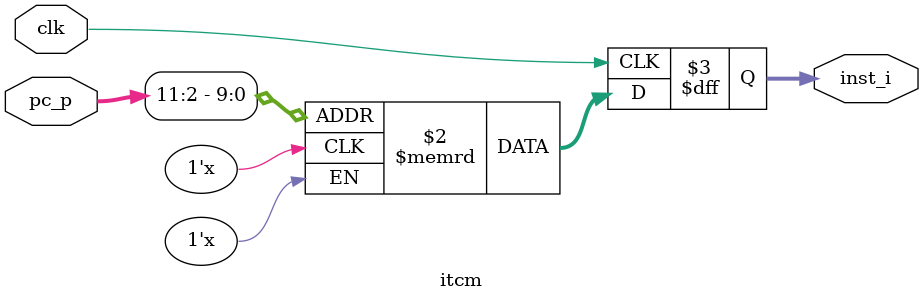
<source format=sv>
/* verilator lint_off UNUSEDSIGNAL */

module itcm
(
    input clk,
    input logic [31:0] pc_p,
    output logic [31:0] inst_i
);
    logic [31:0] imem[0:1023];

    always_ff @ (posedge clk) begin
        inst_i <= imem[pc_p[11:2]];
    end
endmodule

</source>
